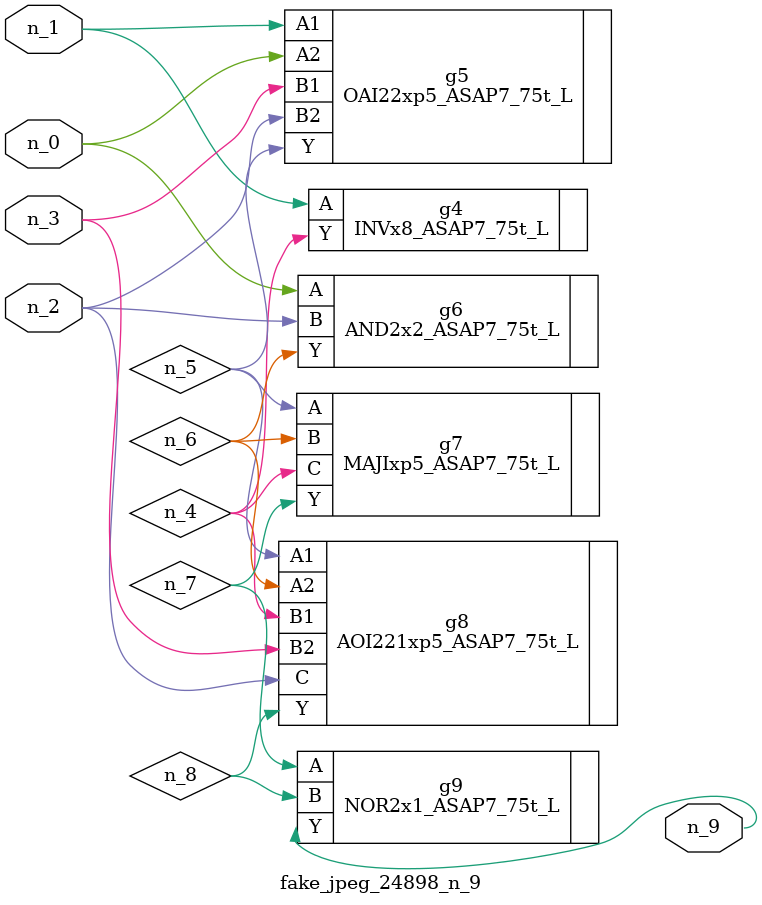
<source format=v>
module fake_jpeg_24898_n_9 (n_0, n_3, n_2, n_1, n_9);

input n_0;
input n_3;
input n_2;
input n_1;

output n_9;

wire n_4;
wire n_8;
wire n_6;
wire n_5;
wire n_7;

INVx8_ASAP7_75t_L g4 ( 
.A(n_1),
.Y(n_4)
);

OAI22xp5_ASAP7_75t_L g5 ( 
.A1(n_1),
.A2(n_0),
.B1(n_3),
.B2(n_2),
.Y(n_5)
);

AND2x2_ASAP7_75t_L g6 ( 
.A(n_0),
.B(n_2),
.Y(n_6)
);

MAJIxp5_ASAP7_75t_L g7 ( 
.A(n_5),
.B(n_6),
.C(n_4),
.Y(n_7)
);

NOR2x1_ASAP7_75t_L g9 ( 
.A(n_7),
.B(n_8),
.Y(n_9)
);

AOI221xp5_ASAP7_75t_L g8 ( 
.A1(n_5),
.A2(n_6),
.B1(n_4),
.B2(n_3),
.C(n_2),
.Y(n_8)
);


endmodule
</source>
